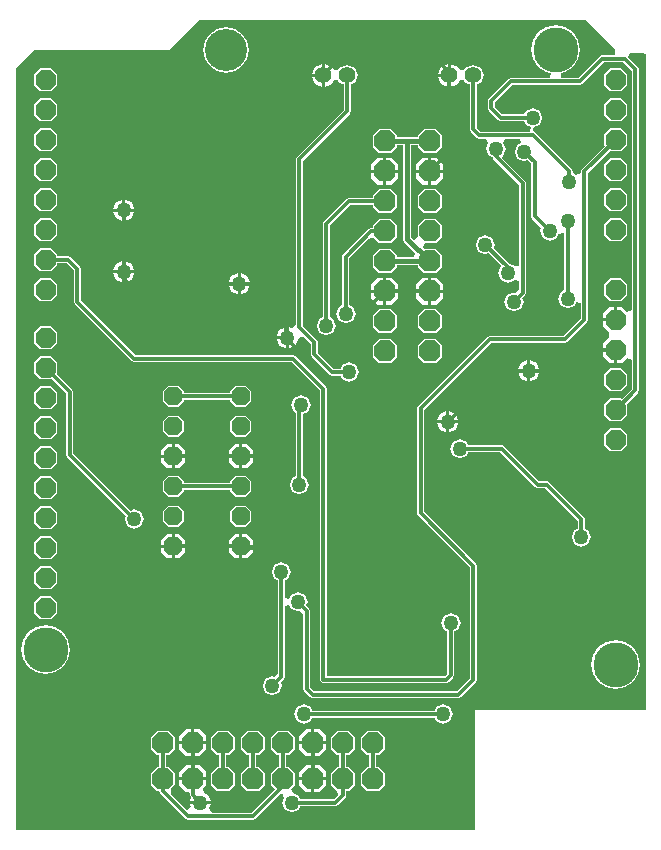
<source format=gbl>
%FSLAX24Y24*%
%MOIN*%
G70*
G01*
G75*
G04 Layer_Physical_Order=2*
G04 Layer_Color=16711680*
%ADD10R,0.0120X0.0570*%
%ADD11R,0.0280X0.0360*%
%ADD12R,0.0520X0.0600*%
%ADD13R,0.0100X0.0400*%
%ADD14R,0.0240X0.0870*%
%ADD15R,0.0520X0.0630*%
%ADD16R,0.0360X0.0280*%
%ADD17R,0.0480X0.0280*%
%ADD18R,0.0280X0.0480*%
%ADD19R,0.0800X0.0260*%
%ADD20R,0.0260X0.0800*%
%ADD21R,0.0630X0.0520*%
%ADD22R,0.0600X0.0520*%
%ADD23C,0.0120*%
%ADD24C,0.0150*%
%ADD25C,0.1500*%
%ADD26C,0.1400*%
G04:AMPARAMS|DCode=27|XSize=70mil|YSize=70mil|CornerRadius=0mil|HoleSize=0mil|Usage=FLASHONLY|Rotation=0.000|XOffset=0mil|YOffset=0mil|HoleType=Round|Shape=Octagon|*
%AMOCTAGOND27*
4,1,8,0.0350,-0.0175,0.0350,0.0175,0.0175,0.0350,-0.0175,0.0350,-0.0350,0.0175,-0.0350,-0.0175,-0.0175,-0.0350,0.0175,-0.0350,0.0350,-0.0175,0.0*
%
%ADD27OCTAGOND27*%

G04:AMPARAMS|DCode=28|XSize=70mil|YSize=70mil|CornerRadius=0mil|HoleSize=0mil|Usage=FLASHONLY|Rotation=90.000|XOffset=0mil|YOffset=0mil|HoleType=Round|Shape=Octagon|*
%AMOCTAGOND28*
4,1,8,0.0175,0.0350,-0.0175,0.0350,-0.0350,0.0175,-0.0350,-0.0175,-0.0175,-0.0350,0.0175,-0.0350,0.0350,-0.0175,0.0350,0.0175,0.0175,0.0350,0.0*
%
%ADD28OCTAGOND28*%

G04:AMPARAMS|DCode=29|XSize=60mil|YSize=60mil|CornerRadius=0mil|HoleSize=0mil|Usage=FLASHONLY|Rotation=0.000|XOffset=0mil|YOffset=0mil|HoleType=Round|Shape=Octagon|*
%AMOCTAGOND29*
4,1,8,0.0300,-0.0150,0.0300,0.0150,0.0150,0.0300,-0.0150,0.0300,-0.0300,0.0150,-0.0300,-0.0150,-0.0150,-0.0300,0.0150,-0.0300,0.0300,-0.0150,0.0*
%
%ADD29OCTAGOND29*%

%ADD30C,0.0560*%
G04:AMPARAMS|DCode=31|XSize=66mil|YSize=66mil|CornerRadius=0mil|HoleSize=0mil|Usage=FLASHONLY|Rotation=90.000|XOffset=0mil|YOffset=0mil|HoleType=Round|Shape=Octagon|*
%AMOCTAGOND31*
4,1,8,0.0165,0.0330,-0.0165,0.0330,-0.0330,0.0165,-0.0330,-0.0165,-0.0165,-0.0330,0.0165,-0.0330,0.0330,-0.0165,0.0330,0.0165,0.0165,0.0330,0.0*
%
%ADD31OCTAGOND31*%

%ADD32C,0.0500*%
G36*
X37689Y37611D02*
X37670Y37444D01*
X37634Y37419D01*
X37634Y37419D01*
X37250D01*
X37166Y37384D01*
X36451Y36669D01*
X35889D01*
X35875Y36819D01*
X36012Y36846D01*
X36277Y37023D01*
X36454Y37288D01*
X36516Y37600D01*
X36454Y37912D01*
X36277Y38177D01*
X36012Y38354D01*
X35700Y38416D01*
X35388Y38354D01*
X35123Y38177D01*
X34946Y37912D01*
X34884Y37600D01*
X34946Y37288D01*
X35123Y37023D01*
X35388Y36846D01*
X35525Y36819D01*
X35511Y36669D01*
X34200D01*
X34116Y36634D01*
X33466Y35984D01*
X33431Y35900D01*
Y35650D01*
X33466Y35566D01*
X33786Y35246D01*
X33870Y35211D01*
X34655D01*
X34700Y35100D01*
X34817Y35052D01*
Y35052D01*
X34882Y35025D01*
X34882Y35025D01*
X34884Y35022D01*
X34836Y34887D01*
X34811Y34869D01*
X33199D01*
X33063Y35006D01*
Y36442D01*
X33196Y36497D01*
X33301Y36750D01*
X33196Y37003D01*
X32944Y37107D01*
X32691Y37003D01*
X32655Y36916D01*
X32493D01*
X32441Y37041D01*
X32200Y37141D01*
Y36750D01*
Y36359D01*
X32441Y36459D01*
X32493Y36584D01*
X32655D01*
X32691Y36497D01*
X32825Y36442D01*
Y34956D01*
X32860Y34872D01*
X33066Y34666D01*
X33150Y34631D01*
X33376D01*
X33450Y34481D01*
X33375Y34300D01*
X33470Y34070D01*
X33594Y34019D01*
X33616Y33966D01*
X34481Y33101D01*
Y30406D01*
X34331Y30376D01*
X34330Y30380D01*
X34175Y30444D01*
X33629Y30989D01*
X33675Y31100D01*
X33580Y31330D01*
X33350Y31425D01*
X33120Y31330D01*
X33025Y31100D01*
X33120Y30870D01*
X33350Y30775D01*
X33461Y30821D01*
X33876Y30406D01*
X33870Y30380D01*
X33775Y30150D01*
X33870Y29920D01*
X34100Y29825D01*
X34330Y29920D01*
X34331Y29924D01*
X34481Y29894D01*
Y29605D01*
X34350Y29504D01*
X34300Y29525D01*
X34070Y29430D01*
X33975Y29200D01*
X34070Y28970D01*
X34300Y28875D01*
X34530Y28970D01*
X34625Y29200D01*
X34579Y29311D01*
X34684Y29416D01*
X34719Y29500D01*
Y33150D01*
X34684Y33234D01*
X33916Y34002D01*
X33930Y34070D01*
X34025Y34300D01*
X33950Y34481D01*
X34024Y34631D01*
X34514D01*
X34544Y34481D01*
X34420Y34430D01*
X34325Y34200D01*
X34420Y33970D01*
X34650Y33875D01*
X34761Y33921D01*
X34881Y33801D01*
Y32050D01*
X34916Y31966D01*
X35221Y31661D01*
X35175Y31550D01*
X35270Y31320D01*
X35500Y31225D01*
X35730Y31320D01*
X35782Y31448D01*
X35955Y31493D01*
X35981Y31475D01*
Y29575D01*
X35870Y29530D01*
X35775Y29300D01*
X35870Y29070D01*
X36100Y28975D01*
X36330Y29070D01*
X36381Y29194D01*
X36531Y29164D01*
Y28649D01*
X35951Y28069D01*
X33500D01*
X33416Y28034D01*
X31116Y25734D01*
X31081Y25650D01*
Y22150D01*
X31116Y22066D01*
X32831Y20351D01*
Y16649D01*
X32401Y16219D01*
X27649D01*
X27519Y16349D01*
Y18900D01*
X27484Y18984D01*
X27379Y19089D01*
X27425Y19200D01*
X27330Y19430D01*
X27100Y19525D01*
X26870Y19430D01*
X26819Y19306D01*
X26669Y19336D01*
Y19925D01*
X26780Y19970D01*
X26875Y20200D01*
X26780Y20430D01*
X26550Y20525D01*
X26320Y20430D01*
X26225Y20200D01*
X26320Y19970D01*
X26431Y19925D01*
Y16805D01*
X26300Y16704D01*
X26250Y16725D01*
X26020Y16630D01*
X25925Y16400D01*
X26020Y16170D01*
X26250Y16075D01*
X26480Y16170D01*
X26575Y16400D01*
X26529Y16511D01*
X26634Y16616D01*
X26669Y16700D01*
Y19064D01*
X26819Y19094D01*
X26870Y18970D01*
X27100Y18875D01*
X27150Y18896D01*
X27281Y18795D01*
Y16300D01*
X27316Y16216D01*
X27516Y16016D01*
X27600Y15981D01*
X32450D01*
X32534Y16016D01*
X33034Y16516D01*
X33069Y16600D01*
Y20400D01*
X33034Y20484D01*
X31319Y22199D01*
Y25601D01*
X33549Y27831D01*
X36000D01*
X36084Y27866D01*
X36734Y28516D01*
X36769Y28600D01*
Y33501D01*
X37499Y34231D01*
X37510Y34220D01*
X37890D01*
X38080Y34410D01*
Y34790D01*
X37890Y34980D01*
X37510D01*
X37320Y34790D01*
Y34410D01*
X37331Y34399D01*
X36566Y33634D01*
X36531Y33550D01*
Y33484D01*
X36388Y33438D01*
X36269Y33518D01*
Y33544D01*
X36244Y33603D01*
X36234Y33628D01*
X35028Y34834D01*
X35014Y34840D01*
X35009Y34842D01*
X35006Y34843D01*
X34996Y34847D01*
X34949Y34875D01*
X34949Y34875D01*
X34948Y34878D01*
X34948Y34884D01*
X34946Y34902D01*
X34946Y34902D01*
X34947Y34922D01*
X34948Y34937D01*
X34951Y34972D01*
X34953Y35003D01*
X34969Y35022D01*
X35026Y35045D01*
X35032Y35048D01*
X35160Y35100D01*
X35255Y35330D01*
X35160Y35560D01*
X34930Y35655D01*
X34700Y35560D01*
X34655Y35449D01*
X33919D01*
X33669Y35699D01*
Y35851D01*
X34249Y36431D01*
X36500D01*
X36584Y36466D01*
X37299Y37181D01*
X37951D01*
X38231Y36901D01*
Y28926D01*
X38081Y28864D01*
X37915Y29030D01*
X37750D01*
Y28600D01*
X37700D01*
Y28550D01*
X37270D01*
Y28385D01*
X37478Y28177D01*
X37482Y28100D01*
X37478Y28023D01*
X37270Y27815D01*
Y27650D01*
X37700D01*
Y27600D01*
X37750D01*
Y27170D01*
X37915D01*
X38081Y27336D01*
X38231Y27274D01*
Y26299D01*
X37901Y25969D01*
X37890Y25980D01*
X37510D01*
X37320Y25790D01*
Y25410D01*
X37510Y25220D01*
X37890D01*
X38080Y25410D01*
Y25790D01*
X38069Y25801D01*
X38434Y26166D01*
X38469Y26250D01*
Y36950D01*
X38434Y37034D01*
X38118Y37350D01*
X38167Y37500D01*
X38600D01*
X38700Y37459D01*
Y15600D01*
X33016D01*
Y11600D01*
X17700D01*
X17700Y11600D01*
Y37000D01*
X18300Y37600D01*
X22800D01*
X23800Y38600D01*
X36700D01*
X37689Y37611D01*
D02*
G37*
%LPC*%
G36*
X18890Y24380D02*
X18510D01*
X18320Y24190D01*
Y23810D01*
X18510Y23620D01*
X18890D01*
X19080Y23810D01*
Y24190D01*
X18890Y24380D01*
D02*
G37*
G36*
X25375Y23400D02*
X25025D01*
X24850Y23225D01*
Y23169D01*
X23300D01*
Y23225D01*
X23125Y23400D01*
X22775D01*
X22600Y23225D01*
Y22875D01*
X22775Y22700D01*
X23125D01*
X23300Y22875D01*
Y22931D01*
X24850D01*
Y22875D01*
X25025Y22700D01*
X25375D01*
X25550Y22875D01*
Y23225D01*
X25375Y23400D01*
D02*
G37*
G36*
X27200Y26075D02*
X26970Y25980D01*
X26875Y25750D01*
X26970Y25520D01*
X27031Y25495D01*
Y23375D01*
X26920Y23330D01*
X26825Y23100D01*
X26920Y22870D01*
X27150Y22775D01*
X27380Y22870D01*
X27475Y23100D01*
X27380Y23330D01*
X27269Y23375D01*
Y25454D01*
X27430Y25520D01*
X27525Y25750D01*
X27430Y25980D01*
X27200Y26075D01*
D02*
G37*
G36*
X22900Y24000D02*
X22550D01*
Y23850D01*
X22750Y23650D01*
X22900D01*
Y24000D01*
D02*
G37*
G36*
X25150D02*
X24800D01*
Y23850D01*
X25000Y23650D01*
X25150D01*
Y24000D01*
D02*
G37*
G36*
X23350D02*
X23000D01*
Y23650D01*
X23150D01*
X23350Y23850D01*
Y24000D01*
D02*
G37*
G36*
X25600D02*
X25250D01*
Y23650D01*
X25400D01*
X25600Y23850D01*
Y24000D01*
D02*
G37*
G36*
X18890Y23380D02*
X18510D01*
X18320Y23190D01*
Y22810D01*
X18510Y22620D01*
X18890D01*
X19080Y22810D01*
Y23190D01*
X18890Y23380D01*
D02*
G37*
G36*
X25400Y21450D02*
X25250D01*
Y21100D01*
X25600D01*
Y21250D01*
X25400Y21450D01*
D02*
G37*
G36*
X25150D02*
X25000D01*
X24800Y21250D01*
Y21100D01*
X25150D01*
Y21450D01*
D02*
G37*
G36*
X23150D02*
X23000D01*
Y21100D01*
X23350D01*
Y21250D01*
X23150Y21450D01*
D02*
G37*
G36*
X18890Y22380D02*
X18510D01*
X18320Y22190D01*
Y21810D01*
X18510Y21620D01*
X18890D01*
X19080Y21810D01*
Y22190D01*
X18890Y22380D01*
D02*
G37*
G36*
X25375Y22400D02*
X25025D01*
X24850Y22225D01*
Y21875D01*
X25025Y21700D01*
X25375D01*
X25550Y21875D01*
Y22225D01*
X25375Y22400D01*
D02*
G37*
G36*
X23125D02*
X22775D01*
X22600Y22225D01*
Y21875D01*
X22775Y21700D01*
X23125D01*
X23300Y21875D01*
Y22225D01*
X23125Y22400D01*
D02*
G37*
G36*
X18890Y27380D02*
X18510D01*
X18320Y27190D01*
Y26810D01*
X18510Y26620D01*
X18890D01*
X18901Y26631D01*
X19381Y26151D01*
Y24100D01*
X19416Y24016D01*
X21371Y22061D01*
X21325Y21950D01*
X21420Y21720D01*
X21650Y21625D01*
X21880Y21720D01*
X21975Y21950D01*
X21880Y22180D01*
X21650Y22275D01*
X21539Y22229D01*
X19619Y24149D01*
Y26200D01*
X19584Y26284D01*
X19069Y26799D01*
X19080Y26810D01*
Y27190D01*
X18890Y27380D01*
D02*
G37*
G36*
X22900Y24450D02*
X22750D01*
X22550Y24250D01*
Y24100D01*
X22900D01*
Y24450D01*
D02*
G37*
G36*
X32150Y25558D02*
Y25250D01*
X32458D01*
X32368Y25468D01*
X32150Y25558D01*
D02*
G37*
G36*
X32050D02*
X31832Y25468D01*
X31742Y25250D01*
X32050D01*
Y25558D01*
D02*
G37*
G36*
X32458Y25150D02*
X32150D01*
Y24842D01*
X32368Y24932D01*
X32458Y25150D01*
D02*
G37*
G36*
X18890Y26380D02*
X18510D01*
X18320Y26190D01*
Y25810D01*
X18510Y25620D01*
X18890D01*
X19080Y25810D01*
Y26190D01*
X18890Y26380D01*
D02*
G37*
G36*
X34750Y26850D02*
X34442D01*
X34532Y26632D01*
X34750Y26542D01*
Y26850D01*
D02*
G37*
G36*
X37890Y26980D02*
X37510D01*
X37320Y26790D01*
Y26410D01*
X37510Y26220D01*
X37890D01*
X38080Y26410D01*
Y26790D01*
X37890Y26980D01*
D02*
G37*
G36*
X25375Y26400D02*
X25025D01*
X24850Y26225D01*
Y26169D01*
X23300D01*
Y26225D01*
X23125Y26400D01*
X22775D01*
X22600Y26225D01*
Y25875D01*
X22775Y25700D01*
X23125D01*
X23300Y25875D01*
Y25931D01*
X24850D01*
Y25875D01*
X25025Y25700D01*
X25375D01*
X25550Y25875D01*
Y26225D01*
X25375Y26400D01*
D02*
G37*
G36*
X32050Y25150D02*
X31742D01*
X31832Y24932D01*
X32050Y24842D01*
Y25150D01*
D02*
G37*
G36*
X25400Y24450D02*
X25250D01*
Y24100D01*
X25600D01*
Y24250D01*
X25400Y24450D01*
D02*
G37*
G36*
X25150D02*
X25000D01*
X24800Y24250D01*
Y24100D01*
X25150D01*
Y24450D01*
D02*
G37*
G36*
X23150D02*
X23000D01*
Y24100D01*
X23350D01*
Y24250D01*
X23150Y24450D01*
D02*
G37*
G36*
X37890Y24980D02*
X37510D01*
X37320Y24790D01*
Y24410D01*
X37510Y24220D01*
X37890D01*
X38080Y24410D01*
Y24790D01*
X37890Y24980D01*
D02*
G37*
G36*
X25375Y25400D02*
X25025D01*
X24850Y25225D01*
Y24875D01*
X25025Y24700D01*
X25375D01*
X25550Y24875D01*
Y25225D01*
X25375Y25400D01*
D02*
G37*
G36*
X23125D02*
X22775D01*
X22600Y25225D01*
Y24875D01*
X22775Y24700D01*
X23125D01*
X23300Y24875D01*
Y25225D01*
X23125Y25400D01*
D02*
G37*
G36*
X18890Y25380D02*
X18510D01*
X18320Y25190D01*
Y24810D01*
X18510Y24620D01*
X18890D01*
X19080Y24810D01*
Y25190D01*
X18890Y25380D01*
D02*
G37*
G36*
X22900Y21450D02*
X22750D01*
X22550Y21250D01*
Y21100D01*
X22900D01*
Y21450D01*
D02*
G37*
G36*
X27825Y13750D02*
X27650D01*
Y13350D01*
X28050D01*
Y13525D01*
X27825Y13750D01*
D02*
G37*
G36*
X27550D02*
X27375D01*
X27150Y13525D01*
Y13350D01*
X27550D01*
Y13750D01*
D02*
G37*
G36*
X23825D02*
X23650D01*
Y13350D01*
X24050D01*
Y13525D01*
X23825Y13750D01*
D02*
G37*
G36*
X23550Y14450D02*
X23150D01*
Y14275D01*
X23375Y14050D01*
X23550D01*
Y14450D01*
D02*
G37*
G36*
X28050D02*
X27650D01*
Y14050D01*
X27825D01*
X28050Y14275D01*
Y14450D01*
D02*
G37*
G36*
X27550D02*
X27150D01*
Y14275D01*
X27375Y14050D01*
X27550D01*
Y14450D01*
D02*
G37*
G36*
X24050D02*
X23650D01*
Y14050D01*
X23825D01*
X24050Y14275D01*
Y14450D01*
D02*
G37*
G36*
X23550Y13750D02*
X23375D01*
X23150Y13525D01*
Y13350D01*
X23550D01*
Y13750D01*
D02*
G37*
G36*
X27550Y13250D02*
X27150D01*
Y13075D01*
X27375Y12850D01*
X27550D01*
Y13250D01*
D02*
G37*
G36*
X28800Y14900D02*
X28400D01*
X28200Y14700D01*
Y14300D01*
X28400Y14100D01*
X28481D01*
Y13700D01*
X28400D01*
X28200Y13500D01*
Y13100D01*
X28400Y12900D01*
X28432Y12750D01*
X28301Y12619D01*
X27175D01*
X27130Y12730D01*
X26926Y12814D01*
X26863Y12963D01*
X27000Y13100D01*
Y13500D01*
X26800Y13700D01*
X26719D01*
Y14100D01*
X26800D01*
X27000Y14300D01*
Y14700D01*
X26800Y14900D01*
X26400D01*
X26200Y14700D01*
Y14300D01*
X26400Y14100D01*
X26481D01*
Y13700D01*
X26400D01*
X26200Y13500D01*
Y13100D01*
X26341Y12959D01*
X25551Y12169D01*
X24251D01*
X24154Y12319D01*
X24208Y12450D01*
X23492D01*
X23535Y12345D01*
X23408Y12260D01*
X22884Y12785D01*
X22890Y12990D01*
X23000Y13100D01*
Y13500D01*
X22800Y13700D01*
X22719D01*
Y14100D01*
X22800D01*
X23000Y14300D01*
Y14700D01*
X22800Y14900D01*
X22400D01*
X22200Y14700D01*
Y14300D01*
X22400Y14100D01*
X22481D01*
Y13700D01*
X22400D01*
X22200Y13500D01*
Y13100D01*
X22400Y12900D01*
X22481D01*
X22516Y12816D01*
X23366Y11966D01*
X23450Y11931D01*
X25600D01*
X25684Y11966D01*
X26550Y12832D01*
X26571Y12826D01*
X26637Y12649D01*
X26575Y12500D01*
X26670Y12270D01*
X26900Y12175D01*
X27130Y12270D01*
X27175Y12381D01*
X28350D01*
X28434Y12416D01*
X28684Y12666D01*
X28694Y12690D01*
X28719Y12750D01*
Y12900D01*
X28800D01*
X29000Y13100D01*
Y13500D01*
X28800Y13700D01*
X28719D01*
Y14100D01*
X28800D01*
X29000Y14300D01*
Y14700D01*
X28800Y14900D01*
D02*
G37*
G36*
X24050Y13250D02*
X23150D01*
Y13075D01*
X23375Y12850D01*
X23468D01*
X23554Y12700D01*
X23492Y12550D01*
X24208D01*
X24118Y12768D01*
X23977Y12826D01*
X23948Y12973D01*
X24050Y13075D01*
Y13250D01*
D02*
G37*
G36*
X28050D02*
X27650D01*
Y12850D01*
X27825D01*
X28050Y13075D01*
Y13250D01*
D02*
G37*
G36*
X29800Y14900D02*
X29400D01*
X29200Y14700D01*
Y14300D01*
X29400Y14100D01*
X29481D01*
Y13700D01*
X29400D01*
X29200Y13500D01*
Y13100D01*
X29400Y12900D01*
X29800D01*
X30000Y13100D01*
Y13500D01*
X29800Y13700D01*
X29719D01*
Y14100D01*
X29800D01*
X30000Y14300D01*
Y14700D01*
X29800Y14900D01*
D02*
G37*
G36*
X25800D02*
X25400D01*
X25200Y14700D01*
Y14300D01*
X25400Y14100D01*
X25481D01*
Y13700D01*
X25400D01*
X25200Y13500D01*
Y13100D01*
X25400Y12900D01*
X25800D01*
X26000Y13100D01*
Y13500D01*
X25800Y13700D01*
X25719D01*
Y14100D01*
X25800D01*
X26000Y14300D01*
Y14700D01*
X25800Y14900D01*
D02*
G37*
G36*
X24800D02*
X24400D01*
X24200Y14700D01*
Y14300D01*
X24400Y14100D01*
X24481D01*
Y13700D01*
X24400D01*
X24200Y13500D01*
Y13100D01*
X24400Y12900D01*
X24800D01*
X25000Y13100D01*
Y13500D01*
X24800Y13700D01*
X24719D01*
Y14100D01*
X24800D01*
X25000Y14300D01*
Y14700D01*
X24800Y14900D01*
D02*
G37*
G36*
X23550Y14950D02*
X23375D01*
X23150Y14725D01*
Y14550D01*
X23550D01*
Y14950D01*
D02*
G37*
G36*
X22900Y21000D02*
X22550D01*
Y20850D01*
X22750Y20650D01*
X22900D01*
Y21000D01*
D02*
G37*
G36*
X18890Y21380D02*
X18510D01*
X18320Y21190D01*
Y20810D01*
X18510Y20620D01*
X18890D01*
X19080Y20810D01*
Y21190D01*
X18890Y21380D01*
D02*
G37*
G36*
Y20380D02*
X18510D01*
X18320Y20190D01*
Y19810D01*
X18510Y19620D01*
X18890D01*
X19080Y19810D01*
Y20190D01*
X18890Y20380D01*
D02*
G37*
G36*
X23350Y21000D02*
X23000D01*
Y20650D01*
X23150D01*
X23350Y20850D01*
Y21000D01*
D02*
G37*
G36*
X32500Y24625D02*
X32270Y24530D01*
X32175Y24300D01*
X32270Y24070D01*
X32500Y23975D01*
X32730Y24070D01*
X32775Y24181D01*
X33851D01*
X35016Y23016D01*
X35100Y22981D01*
X35351D01*
X36431Y21901D01*
Y21625D01*
X36320Y21580D01*
X36225Y21350D01*
X36320Y21120D01*
X36550Y21025D01*
X36780Y21120D01*
X36875Y21350D01*
X36780Y21580D01*
X36669Y21625D01*
Y21950D01*
X36634Y22034D01*
X35484Y23184D01*
X35400Y23219D01*
X35149D01*
X33984Y24384D01*
X33900Y24419D01*
X32775D01*
X32730Y24530D01*
X32500Y24625D01*
D02*
G37*
G36*
X25600Y21000D02*
X25250D01*
Y20650D01*
X25400D01*
X25600Y20850D01*
Y21000D01*
D02*
G37*
G36*
X25150D02*
X24800D01*
Y20850D01*
X25000Y20650D01*
X25150D01*
Y21000D01*
D02*
G37*
G36*
X18890Y19380D02*
X18510D01*
X18320Y19190D01*
Y18810D01*
X18510Y18620D01*
X18890D01*
X19080Y18810D01*
Y19190D01*
X18890Y19380D01*
D02*
G37*
G36*
X27825Y14950D02*
X27650D01*
Y14550D01*
X28050D01*
Y14725D01*
X27825Y14950D01*
D02*
G37*
G36*
X27550D02*
X27375D01*
X27150Y14725D01*
Y14550D01*
X27550D01*
Y14950D01*
D02*
G37*
G36*
X23825D02*
X23650D01*
Y14550D01*
X24050D01*
Y14725D01*
X23825Y14950D01*
D02*
G37*
G36*
X31950Y15775D02*
X31720Y15680D01*
X31675Y15569D01*
X27575D01*
X27530Y15680D01*
X27300Y15775D01*
X27070Y15680D01*
X26975Y15450D01*
X27070Y15220D01*
X27300Y15125D01*
X27530Y15220D01*
X27575Y15331D01*
X31675D01*
X31720Y15220D01*
X31950Y15125D01*
X32180Y15220D01*
X32275Y15450D01*
X32180Y15680D01*
X31950Y15775D01*
D02*
G37*
G36*
X18700Y18416D02*
X18388Y18354D01*
X18123Y18177D01*
X17946Y17912D01*
X17884Y17600D01*
X17946Y17288D01*
X18123Y17023D01*
X18388Y16846D01*
X18700Y16784D01*
X19012Y16846D01*
X19277Y17023D01*
X19454Y17288D01*
X19516Y17600D01*
X19454Y17912D01*
X19277Y18177D01*
X19012Y18354D01*
X18700Y18416D01*
D02*
G37*
G36*
X18890Y30980D02*
X18510D01*
X18320Y30790D01*
Y30410D01*
X18510Y30220D01*
X18890D01*
X19080Y30410D01*
Y30481D01*
X19401D01*
X19631Y30251D01*
Y29200D01*
X19666Y29116D01*
X21566Y27216D01*
X21650Y27181D01*
X26901D01*
X27831Y26251D01*
Y16600D01*
X27866Y16516D01*
X27950Y16481D01*
X32050D01*
X32134Y16516D01*
X32284Y16666D01*
X32319Y16750D01*
Y18225D01*
X32430Y18270D01*
X32525Y18500D01*
X32430Y18730D01*
X32200Y18825D01*
X31970Y18730D01*
X31875Y18500D01*
X31970Y18270D01*
X32081Y18225D01*
Y16799D01*
X32001Y16719D01*
X28069D01*
Y26300D01*
X28034Y26384D01*
X27034Y27384D01*
X26950Y27419D01*
X21699D01*
X19869Y29249D01*
Y30300D01*
X19834Y30384D01*
X19534Y30684D01*
X19450Y30719D01*
X19080D01*
Y30790D01*
X18890Y30980D01*
D02*
G37*
G36*
X37700Y17916D02*
X37388Y17854D01*
X37123Y17677D01*
X36946Y17412D01*
X36884Y17100D01*
X36946Y16788D01*
X37123Y16523D01*
X37388Y16346D01*
X37700Y16284D01*
X38012Y16346D01*
X38277Y16523D01*
X38454Y16788D01*
X38516Y17100D01*
X38454Y17412D01*
X38277Y17677D01*
X38012Y17854D01*
X37700Y17916D01*
D02*
G37*
G36*
X29950Y33500D02*
X29550D01*
Y33325D01*
X29775Y33100D01*
X29950D01*
Y33500D01*
D02*
G37*
G36*
X21350Y32608D02*
Y32300D01*
X21658D01*
X21568Y32518D01*
X21350Y32608D01*
D02*
G37*
G36*
X21250D02*
X21032Y32518D01*
X20942Y32300D01*
X21250D01*
Y32608D01*
D02*
G37*
G36*
X30450Y33500D02*
X30050D01*
Y33100D01*
X30225D01*
X30450Y33325D01*
Y33500D01*
D02*
G37*
G36*
X18890Y33980D02*
X18510D01*
X18320Y33790D01*
Y33410D01*
X18510Y33220D01*
X18890D01*
X19080Y33410D01*
Y33790D01*
X18890Y33980D01*
D02*
G37*
G36*
X31950Y33500D02*
X31550D01*
Y33100D01*
X31725D01*
X31950Y33325D01*
Y33500D01*
D02*
G37*
G36*
X31450D02*
X31050D01*
Y33325D01*
X31275Y33100D01*
X31450D01*
Y33500D01*
D02*
G37*
G36*
X37890Y32980D02*
X37510D01*
X37320Y32790D01*
Y32410D01*
X37510Y32220D01*
X37890D01*
X38080Y32410D01*
Y32790D01*
X37890Y32980D01*
D02*
G37*
G36*
X21250Y32200D02*
X20942D01*
X21032Y31982D01*
X21250Y31892D01*
Y32200D01*
D02*
G37*
G36*
X37890Y31980D02*
X37510D01*
X37320Y31790D01*
Y31410D01*
X37510Y31220D01*
X37890D01*
X38080Y31410D01*
Y31790D01*
X37890Y31980D01*
D02*
G37*
G36*
X18890D02*
X18510D01*
X18320Y31790D01*
Y31410D01*
X18510Y31220D01*
X18890D01*
X19080Y31410D01*
Y31790D01*
X18890Y31980D01*
D02*
G37*
G36*
X21658Y32200D02*
X21350D01*
Y31892D01*
X21568Y31982D01*
X21658Y32200D01*
D02*
G37*
G36*
X18890Y32980D02*
X18510D01*
X18320Y32790D01*
Y32410D01*
X18510Y32220D01*
X18890D01*
X19080Y32410D01*
Y32790D01*
X18890Y32980D01*
D02*
G37*
G36*
X31700Y32950D02*
X31300D01*
X31100Y32750D01*
Y32350D01*
X31300Y32150D01*
X31700D01*
X31900Y32350D01*
Y32750D01*
X31700Y32950D01*
D02*
G37*
G36*
X30200D02*
X29800D01*
X29600Y32750D01*
Y32669D01*
X28800D01*
X28716Y32634D01*
X27966Y31884D01*
X27931Y31800D01*
Y28675D01*
X27820Y28630D01*
X27725Y28400D01*
X27820Y28170D01*
X28050Y28075D01*
X28280Y28170D01*
X28375Y28400D01*
X28280Y28630D01*
X28169Y28675D01*
Y31751D01*
X28849Y32431D01*
X29600D01*
Y32350D01*
X29800Y32150D01*
X30200D01*
X30400Y32350D01*
Y32750D01*
X30200Y32950D01*
D02*
G37*
G36*
X37890Y33980D02*
X37510D01*
X37320Y33790D01*
Y33410D01*
X37510Y33220D01*
X37890D01*
X38080Y33410D01*
Y33790D01*
X37890Y33980D01*
D02*
G37*
G36*
X27900Y36700D02*
X27559D01*
X27659Y36459D01*
X27900Y36359D01*
Y36700D01*
D02*
G37*
G36*
X37890Y36980D02*
X37510D01*
X37320Y36790D01*
Y36410D01*
X37510Y36220D01*
X37890D01*
X38080Y36410D01*
Y36790D01*
X37890Y36980D01*
D02*
G37*
G36*
X18890D02*
X18510D01*
X18320Y36790D01*
Y36410D01*
X18510Y36220D01*
X18890D01*
X19080Y36410D01*
Y36790D01*
X18890Y36980D01*
D02*
G37*
G36*
X32100Y36700D02*
X31759D01*
X31859Y36459D01*
X32100Y36359D01*
Y36700D01*
D02*
G37*
G36*
X24700Y38365D02*
X24407Y38306D01*
X24159Y38141D01*
X23994Y37893D01*
X23935Y37600D01*
X23994Y37307D01*
X24159Y37059D01*
X24407Y36894D01*
X24700Y36835D01*
X24993Y36894D01*
X25241Y37059D01*
X25406Y37307D01*
X25465Y37600D01*
X25406Y37893D01*
X25241Y38141D01*
X24993Y38306D01*
X24700Y38365D01*
D02*
G37*
G36*
X32100Y37141D02*
X31859Y37041D01*
X31759Y36800D01*
X32100D01*
Y37141D01*
D02*
G37*
G36*
X27900D02*
X27659Y37041D01*
X27559Y36800D01*
X27900D01*
Y37141D01*
D02*
G37*
G36*
X37890Y35980D02*
X37510D01*
X37320Y35790D01*
Y35410D01*
X37510Y35220D01*
X37890D01*
X38080Y35410D01*
Y35790D01*
X37890Y35980D01*
D02*
G37*
G36*
X31450Y34000D02*
X31275D01*
X31050Y33775D01*
Y33600D01*
X31450D01*
Y34000D01*
D02*
G37*
G36*
X30225D02*
X30050D01*
Y33600D01*
X30450D01*
Y33775D01*
X30225Y34000D01*
D02*
G37*
G36*
X29950D02*
X29775D01*
X29550Y33775D01*
Y33600D01*
X29950D01*
Y34000D01*
D02*
G37*
G36*
X31725D02*
X31550D01*
Y33600D01*
X31950D01*
Y33775D01*
X31725Y34000D01*
D02*
G37*
G36*
X18890Y35980D02*
X18510D01*
X18320Y35790D01*
Y35410D01*
X18510Y35220D01*
X18890D01*
X19080Y35410D01*
Y35790D01*
X18890Y35980D01*
D02*
G37*
G36*
X31700Y34950D02*
X31300D01*
X31100Y34750D01*
Y34685D01*
X30400D01*
Y34750D01*
X30200Y34950D01*
X29800D01*
X29600Y34750D01*
Y34350D01*
X29800Y34150D01*
X30200D01*
X30400Y34350D01*
Y34415D01*
X30615D01*
Y31300D01*
X30654Y31204D01*
X31023Y30835D01*
X30961Y30685D01*
X30400D01*
Y30750D01*
X30200Y30950D01*
X29800D01*
X29600Y30750D01*
Y30350D01*
X29800Y30150D01*
X30200D01*
X30400Y30350D01*
Y30415D01*
X31100D01*
Y30350D01*
X31300Y30150D01*
X31700D01*
X31900Y30350D01*
Y30750D01*
X31700Y30950D01*
X31320D01*
X31270Y31014D01*
X31354Y31150D01*
X31700D01*
X31900Y31350D01*
Y31750D01*
X31700Y31950D01*
X31300D01*
X31100Y31750D01*
Y31353D01*
X30991Y31250D01*
X30885Y31356D01*
Y34415D01*
X31100D01*
Y34350D01*
X31300Y34150D01*
X31700D01*
X31900Y34350D01*
Y34750D01*
X31700Y34950D01*
D02*
G37*
G36*
X18890Y34980D02*
X18510D01*
X18320Y34790D01*
Y34410D01*
X18510Y34220D01*
X18890D01*
X19080Y34410D01*
Y34790D01*
X18890Y34980D01*
D02*
G37*
G36*
X30200Y31950D02*
X29800D01*
X29600Y31750D01*
Y31669D01*
X29550D01*
X29466Y31634D01*
X28616Y30784D01*
X28581Y30700D01*
Y29075D01*
X28470Y29030D01*
X28375Y28800D01*
X28470Y28570D01*
X28700Y28475D01*
X28930Y28570D01*
X29025Y28800D01*
X28930Y29030D01*
X28819Y29075D01*
Y30651D01*
X29470Y31302D01*
X29600Y31350D01*
X29800Y31150D01*
X30200D01*
X30400Y31350D01*
Y31750D01*
X30200Y31950D01*
D02*
G37*
G36*
X31700Y28950D02*
X31300D01*
X31100Y28750D01*
Y28350D01*
X31300Y28150D01*
X31700D01*
X31900Y28350D01*
Y28750D01*
X31700Y28950D01*
D02*
G37*
G36*
X30200D02*
X29800D01*
X29600Y28750D01*
Y28350D01*
X29800Y28150D01*
X30200D01*
X30400Y28350D01*
Y28750D01*
X30200Y28950D01*
D02*
G37*
G36*
X26700Y28358D02*
X26482Y28268D01*
X26392Y28050D01*
X26700D01*
Y28358D01*
D02*
G37*
G36*
X28000Y37141D02*
Y36750D01*
Y36359D01*
X28241Y36459D01*
X28293Y36584D01*
X28455D01*
X28491Y36497D01*
X28625Y36442D01*
Y35593D01*
X27066Y34034D01*
X27031Y33950D01*
Y28425D01*
X26895Y28320D01*
X26892Y28320D01*
X26800Y28358D01*
Y28000D01*
Y27642D01*
X27018Y27732D01*
X27129Y28000D01*
X27263Y28069D01*
X27531Y27801D01*
Y27450D01*
X27566Y27366D01*
X28166Y26766D01*
X28250Y26731D01*
X28525D01*
X28570Y26620D01*
X28800Y26525D01*
X29030Y26620D01*
X29125Y26850D01*
X29030Y27080D01*
X28800Y27175D01*
X28570Y27080D01*
X28525Y26969D01*
X28299D01*
X27769Y27499D01*
Y27850D01*
X27734Y27934D01*
X27269Y28399D01*
Y33901D01*
X28828Y35460D01*
X28863Y35544D01*
Y36442D01*
X28996Y36497D01*
X29101Y36750D01*
X28996Y37003D01*
X28744Y37107D01*
X28491Y37003D01*
X28455Y36916D01*
X28293D01*
X28241Y37041D01*
X28000Y37141D01*
D02*
G37*
G36*
X30450Y29500D02*
X30050D01*
Y29100D01*
X30225D01*
X30450Y29325D01*
Y29500D01*
D02*
G37*
G36*
X29950D02*
X29550D01*
Y29325D01*
X29775Y29100D01*
X29950D01*
Y29500D01*
D02*
G37*
G36*
X37650Y29030D02*
X37485D01*
X37270Y28815D01*
Y28650D01*
X37650D01*
Y29030D01*
D02*
G37*
G36*
X26700Y27950D02*
X26392D01*
X26482Y27732D01*
X26700Y27642D01*
Y27950D01*
D02*
G37*
G36*
X34850Y27258D02*
Y26950D01*
X35158D01*
X35068Y27168D01*
X34850Y27258D01*
D02*
G37*
G36*
X34750D02*
X34532Y27168D01*
X34442Y26950D01*
X34750D01*
Y27258D01*
D02*
G37*
G36*
X35158Y26850D02*
X34850D01*
Y26542D01*
X35068Y26632D01*
X35158Y26850D01*
D02*
G37*
G36*
X30200Y27950D02*
X29800D01*
X29600Y27750D01*
Y27350D01*
X29800Y27150D01*
X30200D01*
X30400Y27350D01*
Y27750D01*
X30200Y27950D01*
D02*
G37*
G36*
X18890Y28380D02*
X18510D01*
X18320Y28190D01*
Y27810D01*
X18510Y27620D01*
X18890D01*
X19080Y27810D01*
Y28190D01*
X18890Y28380D01*
D02*
G37*
G36*
X37650Y27550D02*
X37270D01*
Y27385D01*
X37485Y27170D01*
X37650D01*
Y27550D01*
D02*
G37*
G36*
X31700Y27950D02*
X31300D01*
X31100Y27750D01*
Y27350D01*
X31300Y27150D01*
X31700D01*
X31900Y27350D01*
Y27750D01*
X31700Y27950D01*
D02*
G37*
G36*
X31450Y29500D02*
X31050D01*
Y29325D01*
X31275Y29100D01*
X31450D01*
Y29500D01*
D02*
G37*
G36*
X21658Y30150D02*
X21350D01*
Y29842D01*
X21568Y29932D01*
X21658Y30150D01*
D02*
G37*
G36*
X21250D02*
X20942D01*
X21032Y29932D01*
X21250Y29842D01*
Y30150D01*
D02*
G37*
G36*
X31725Y30000D02*
X31550D01*
Y29600D01*
X31950D01*
Y29775D01*
X31725Y30000D01*
D02*
G37*
G36*
X25100Y30158D02*
X24882Y30068D01*
X24792Y29850D01*
X25100D01*
Y30158D01*
D02*
G37*
G36*
X21350Y30558D02*
Y30250D01*
X21658D01*
X21568Y30468D01*
X21350Y30558D01*
D02*
G37*
G36*
X21250D02*
X21032Y30468D01*
X20942Y30250D01*
X21250D01*
Y30558D01*
D02*
G37*
G36*
X25200Y30158D02*
Y29850D01*
X25508D01*
X25418Y30068D01*
X25200Y30158D01*
D02*
G37*
G36*
X31450Y30000D02*
X31275D01*
X31050Y29775D01*
Y29600D01*
X31450D01*
Y30000D01*
D02*
G37*
G36*
X37890Y29980D02*
X37510D01*
X37320Y29790D01*
Y29410D01*
X37510Y29220D01*
X37890D01*
X38080Y29410D01*
Y29790D01*
X37890Y29980D01*
D02*
G37*
G36*
X18890D02*
X18510D01*
X18320Y29790D01*
Y29410D01*
X18510Y29220D01*
X18890D01*
X19080Y29410D01*
Y29790D01*
X18890Y29980D01*
D02*
G37*
G36*
X31950Y29500D02*
X31550D01*
Y29100D01*
X31725D01*
X31950Y29325D01*
Y29500D01*
D02*
G37*
G36*
X25100Y29750D02*
X24792D01*
X24882Y29532D01*
X25100Y29442D01*
Y29750D01*
D02*
G37*
G36*
X30225Y30000D02*
X30050D01*
Y29600D01*
X30450D01*
Y29775D01*
X30225Y30000D01*
D02*
G37*
G36*
X29950D02*
X29775D01*
X29550Y29775D01*
Y29600D01*
X29950D01*
Y30000D01*
D02*
G37*
G36*
X25508Y29750D02*
X25200D01*
Y29442D01*
X25418Y29532D01*
X25508Y29750D01*
D02*
G37*
%LPD*%
D23*
X27400Y15450D02*
X31950D01*
X27300Y15350D02*
X27400Y15450D01*
X32450Y16100D02*
X32950Y16600D01*
X32050Y16100D02*
X32450D01*
X27600D02*
X32050D01*
X27300Y15350D02*
Y15450D01*
X27400Y16300D02*
X27600Y16100D01*
X32100Y25200D02*
X33800Y26900D01*
X34800D01*
X36450D01*
X37150Y27600D01*
X37700D01*
X28600Y12750D02*
Y13300D01*
X28350Y12500D02*
X28600Y12750D01*
X26900Y12500D02*
X28350D01*
X23600Y12750D02*
X23850Y12500D01*
X23450Y12050D02*
X25600D01*
X22600Y12900D02*
X23450Y12050D01*
X25600D02*
X26600Y13050D01*
X23600Y12750D02*
Y13300D01*
X26600Y13050D02*
Y13300D01*
X22600Y12900D02*
Y13300D01*
X26600D02*
Y14500D01*
X28600Y13300D02*
Y14500D01*
X24600Y13300D02*
Y14500D01*
X25600Y13300D02*
Y14500D01*
X22600Y13300D02*
Y14500D01*
X23600Y13300D02*
Y14500D01*
X27600Y13300D02*
Y14500D01*
X29600Y13300D02*
Y14500D01*
X34650Y34200D02*
X35000Y33850D01*
Y32050D02*
Y33850D01*
Y32050D02*
X35500Y31550D01*
X33700Y34050D02*
X34600Y33150D01*
Y29500D02*
Y33150D01*
X34300Y29200D02*
X34600Y29500D01*
X33350Y31100D02*
X34100Y30350D01*
Y30150D02*
Y30350D01*
X26750Y27950D02*
Y28000D01*
Y27950D02*
X28550Y26150D01*
X28950D01*
X29350Y26550D01*
Y28900D01*
X30000Y29550D01*
X28700Y28800D02*
Y30700D01*
X29550Y31550D01*
X28250Y26850D02*
X28800D01*
X27650Y27450D02*
X28250Y26850D01*
X27650Y27450D02*
Y27850D01*
X27150Y28350D02*
X27650Y27850D01*
X27150Y28350D02*
Y33950D01*
X26700Y28050D02*
X26750Y28000D01*
X26700Y28050D02*
Y29150D01*
X26050Y29800D02*
X26700Y29150D01*
X28050Y31800D02*
X28800Y32550D01*
X28050Y28400D02*
Y31800D01*
X29550Y31550D02*
X30000D01*
X25150Y29800D02*
X26050D01*
X28800Y32550D02*
X30000D01*
X31500Y33550D02*
X32350Y34400D01*
Y35050D01*
X32150Y35250D02*
X32350Y35050D01*
X32150Y35250D02*
Y36750D01*
X30000Y29550D02*
X31500D01*
X36100Y29300D02*
Y31900D01*
X26550Y16700D02*
Y20200D01*
X26250Y16400D02*
X26550Y16700D01*
X28744Y35544D02*
Y36750D01*
X27150Y33950D02*
X28744Y35544D01*
X27150Y25700D02*
X27200Y25750D01*
X27150Y23100D02*
Y25700D01*
X21300Y30200D02*
Y32250D01*
Y29950D02*
Y30200D01*
Y29950D02*
X21450Y29800D01*
X25150D01*
X37700Y25600D02*
X38350Y26250D01*
Y36950D01*
X38000Y37300D02*
X38350Y36950D01*
X37250Y37300D02*
X38000D01*
X36500Y36550D02*
X37250Y37300D01*
X34200Y36550D02*
X36500D01*
X33550Y35900D02*
X34200Y36550D01*
X33550Y35650D02*
Y35900D01*
Y35650D02*
X33870Y35330D01*
X34930D01*
X33150Y34750D02*
X34944D01*
X36150Y33544D01*
X32944Y34956D02*
X33150Y34750D01*
X32944Y34956D02*
Y36750D01*
X36150Y33200D02*
Y33544D01*
X27950Y36750D02*
X28550Y37350D01*
X31650D01*
X32150Y36850D01*
Y36750D02*
Y36850D01*
X33700Y34050D02*
Y34300D01*
X33500Y27950D02*
X36000D01*
X27100Y19200D02*
X27400Y18900D01*
Y16300D02*
Y18900D01*
X32950Y16600D02*
Y20400D01*
X31200Y22150D02*
X32950Y20400D01*
X31200Y22150D02*
Y25650D01*
X33500Y27950D01*
X36000D02*
X36650Y28600D01*
X32500Y24300D02*
X33900D01*
X35100Y23100D01*
X35400D01*
X36550Y21950D01*
Y21350D02*
Y21950D01*
X18700Y30600D02*
X19450D01*
X19750Y30300D01*
Y29200D02*
Y30300D01*
Y29200D02*
X21650Y27300D01*
X26950D01*
X27950Y26300D01*
Y16600D02*
Y26300D01*
Y16600D02*
X32050D01*
X32200Y16750D01*
Y18500D01*
X18700Y27000D02*
X19500Y26200D01*
Y24100D02*
Y26200D01*
Y24100D02*
X21650Y21950D01*
X22950Y26050D02*
X25200D01*
X22950Y24050D02*
X25200D01*
X22950Y23050D02*
X25200D01*
X22950Y21050D02*
X25200D01*
X25250Y21000D01*
X26250D01*
Y24000D01*
X26200Y24050D02*
X26250Y24000D01*
X25200Y24050D02*
X26200D01*
X36650Y28600D02*
Y33550D01*
X37700Y34600D01*
D24*
X30750Y34550D02*
X31500D01*
X30000D02*
X30750D01*
Y31300D02*
Y34550D01*
Y31300D02*
X31500Y30550D01*
X30000D02*
X31500D01*
D25*
X37700Y17100D02*
D03*
X35700Y37600D02*
D03*
X18700Y17600D02*
D03*
D26*
X24700Y37600D02*
D03*
D27*
X30000Y27550D02*
D03*
Y28550D02*
D03*
Y29550D02*
D03*
Y30550D02*
D03*
Y31550D02*
D03*
Y32550D02*
D03*
Y33550D02*
D03*
Y34550D02*
D03*
X31500Y27550D02*
D03*
Y28550D02*
D03*
Y29550D02*
D03*
Y30550D02*
D03*
Y31550D02*
D03*
Y32550D02*
D03*
Y33550D02*
D03*
Y34550D02*
D03*
D28*
X29600Y13300D02*
D03*
X28600D02*
D03*
X27600D02*
D03*
X26600D02*
D03*
X25600D02*
D03*
X24600D02*
D03*
X23600D02*
D03*
X22600D02*
D03*
X29600Y14500D02*
D03*
X28600D02*
D03*
X27600D02*
D03*
X26600D02*
D03*
X25600D02*
D03*
X24600D02*
D03*
X23600D02*
D03*
X22600D02*
D03*
D29*
X25200Y21050D02*
D03*
Y22050D02*
D03*
Y23050D02*
D03*
Y24050D02*
D03*
Y25050D02*
D03*
Y26050D02*
D03*
X22950Y21050D02*
D03*
Y22050D02*
D03*
Y23050D02*
D03*
Y24050D02*
D03*
Y25050D02*
D03*
Y26050D02*
D03*
D30*
X28744Y36750D02*
D03*
X27950D02*
D03*
X32944D02*
D03*
X32150D02*
D03*
D31*
X18700Y19000D02*
D03*
Y20000D02*
D03*
X37700Y24600D02*
D03*
Y25600D02*
D03*
Y26600D02*
D03*
Y27600D02*
D03*
Y28600D02*
D03*
Y29600D02*
D03*
Y36600D02*
D03*
Y35600D02*
D03*
Y34600D02*
D03*
Y33600D02*
D03*
Y32600D02*
D03*
X18700Y21000D02*
D03*
Y22000D02*
D03*
Y23000D02*
D03*
Y24000D02*
D03*
Y25000D02*
D03*
Y26000D02*
D03*
Y27000D02*
D03*
Y28000D02*
D03*
Y29600D02*
D03*
Y30600D02*
D03*
Y31600D02*
D03*
Y36600D02*
D03*
Y35600D02*
D03*
Y34600D02*
D03*
Y33600D02*
D03*
X37700Y31600D02*
D03*
X18700Y32600D02*
D03*
D32*
X31950Y15450D02*
D03*
X27300D02*
D03*
X32100Y25200D02*
D03*
X34800Y26900D02*
D03*
X26900Y12500D02*
D03*
X23850D02*
D03*
X34100Y30150D02*
D03*
X33350Y31100D02*
D03*
X28700Y28800D02*
D03*
X26750Y28000D02*
D03*
X28050Y28400D02*
D03*
X36100Y29300D02*
D03*
Y31900D02*
D03*
X26550Y20200D02*
D03*
X26250Y16400D02*
D03*
X28800Y26850D02*
D03*
X27200Y25750D02*
D03*
X27150Y23100D02*
D03*
X21300Y32250D02*
D03*
Y30200D02*
D03*
X34930Y35330D02*
D03*
X35500Y31550D02*
D03*
X34650Y34200D02*
D03*
X36150Y33200D02*
D03*
X33700Y34300D02*
D03*
X25150Y29800D02*
D03*
X27100Y19200D02*
D03*
X32500Y24300D02*
D03*
X36550Y21350D02*
D03*
X32200Y18500D02*
D03*
X21650Y21950D02*
D03*
X34300Y29200D02*
D03*
M02*

</source>
